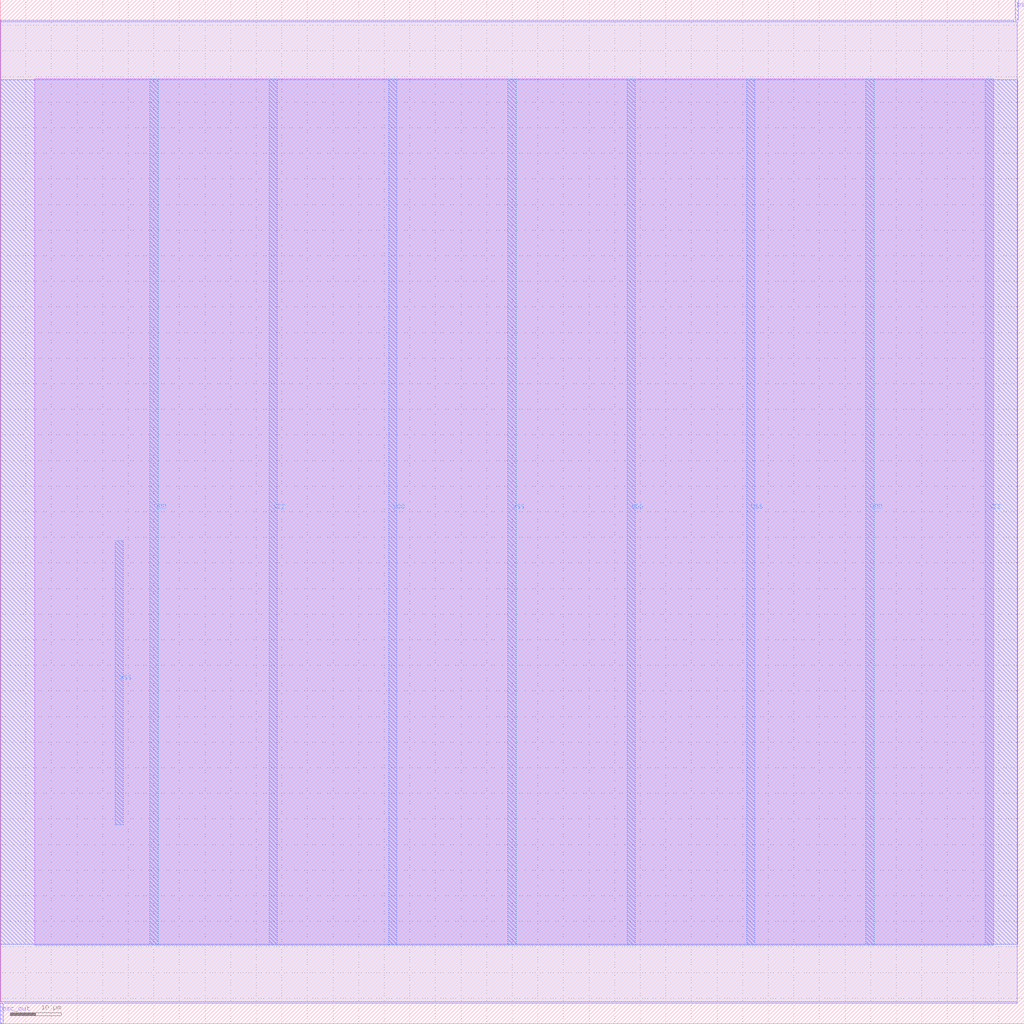
<source format=lef>
VERSION 5.7 ;
  NOWIREEXTENSIONATPIN ON ;
  DIVIDERCHAR "/" ;
  BUSBITCHARS "[]" ;
MACRO top
  CLASS BLOCK ;
  FOREIGN top ;
  ORIGIN 0.000 0.000 ;
  SIZE 200.000 BY 200.000 ;
  PIN VDD
    DIRECTION INOUT ;
    USE POWER ;
    PORT
      LAYER Metal4 ;
        RECT 29.230 15.380 30.830 184.540 ;
    END
    PORT
      LAYER Metal4 ;
        RECT 75.850 15.380 77.450 184.540 ;
    END
    PORT
      LAYER Metal4 ;
        RECT 122.470 15.380 124.070 184.540 ;
    END
    PORT
      LAYER Metal4 ;
        RECT 169.090 15.380 170.690 184.540 ;
    END
  END VDD
  PIN VSS
    DIRECTION INOUT ;
    USE GROUND ;
    PORT
      LAYER Metal4 ;
        RECT 52.540 15.380 54.140 184.540 ;
    END
    PORT
      LAYER Metal4 ;
        RECT 99.160 15.380 100.760 184.540 ;
    END
    PORT
      LAYER Metal4 ;
        RECT 145.780 15.380 147.380 184.540 ;
    END
    PORT
      LAYER Metal4 ;
        RECT 192.400 15.380 194.000 184.540 ;
    END
    PORT
      LAYER Metal4 ;
        RECT 22.440 38.900 24.040 94.380 ;
    END
  END VSS
  PIN osc_en
    DIRECTION INPUT ;
    USE SIGNAL ;
    PORT
      LAYER Metal2 ;
        RECT 198.240 196.000 198.800 200.000 ;
    END
  END osc_en
  PIN osc_out
    DIRECTION OUTPUT TRISTATE ;
    USE SIGNAL ;
    PORT
      LAYER Metal2 ;
        RECT 0.000 0.000 0.560 4.000 ;
    END
  END osc_out
  OBS
      LAYER Metal1 ;
        RECT 6.720 15.380 194.000 184.540 ;
      LAYER Metal2 ;
        RECT 0.140 195.700 197.940 196.000 ;
        RECT 0.140 4.300 198.660 195.700 ;
        RECT 0.860 4.000 198.660 4.300 ;
      LAYER Metal3 ;
        RECT 0.090 15.540 198.710 184.380 ;
  END
END top
END LIBRARY


</source>
